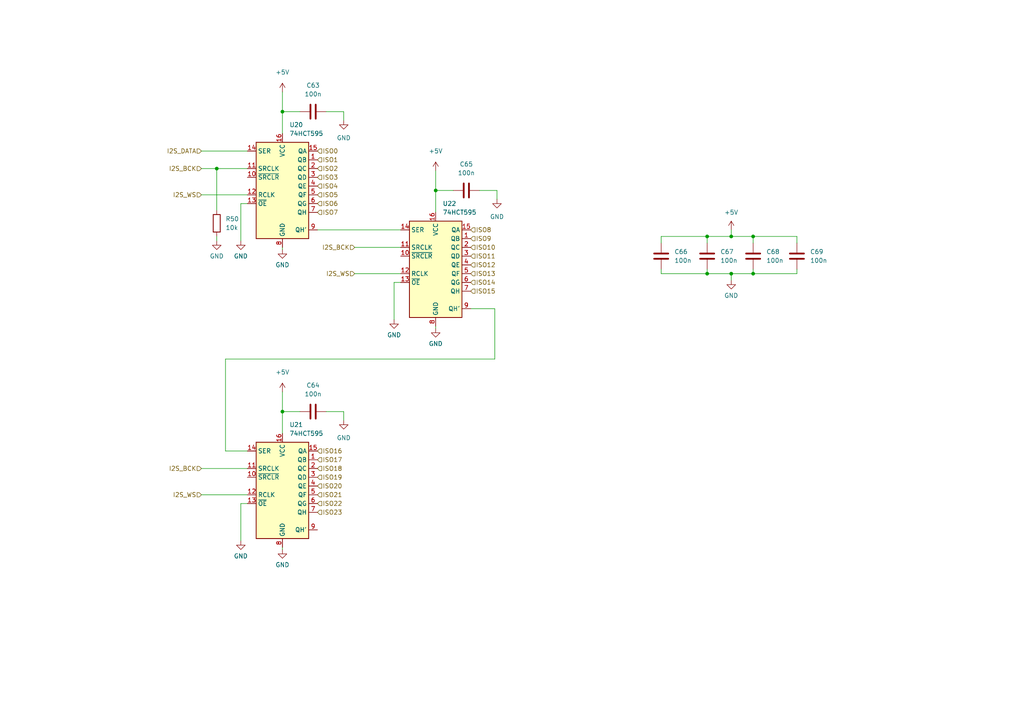
<source format=kicad_sch>
(kicad_sch (version 20211123) (generator eeschema)
  (paper "A4")
  (title_block (title "Outputs Expander"))
  (lib_symbols
    (symbol "74xx:74HCT595"
      (property "Reference" "U" (at -7.62 13.97 0))
      (property "Value" "74HCT595" (at -7.62 -16.51 0))
      (symbol "74HCT595_1_0"
        (pin tri_state line (at 10.16 7.62 180) (length 2.54) (name "QB") (number "1"))
        (pin input line (at -10.16 2.54 0) (length 2.54) (name "~{SRCLR}") (number "10"))
        (pin input line (at -10.16 5.08 0) (length 2.54) (name "SRCLK") (number "11"))
        (pin input line (at -10.16 -2.54 0) (length 2.54) (name "RCLK") (number "12"))
        (pin input line (at -10.16 -5.08 0) (length 2.54) (name "~{OE}") (number "13"))
        (pin input line (at -10.16 10.16 0) (length 2.54) (name "SER") (number "14"))
        (pin tri_state line (at 10.16 10.16 180) (length 2.54) (name "QA") (number "15"))
        (pin power_in line (at 0 15.24 270) (length 2.54) (name "VCC") (number "16"))
        (pin tri_state line (at 10.16 5.08 180) (length 2.54) (name "QC") (number "2"))
        (pin tri_state line (at 10.16 2.54 180) (length 2.54) (name "QD") (number "3"))
        (pin tri_state line (at 10.16 0 180) (length 2.54) (name "QE") (number "4"))
        (pin tri_state line (at 10.16 -2.54 180) (length 2.54) (name "QF") (number "5"))
        (pin tri_state line (at 10.16 -5.08 180) (length 2.54) (name "QG") (number "6"))
        (pin tri_state line (at 10.16 -7.62 180) (length 2.54) (name "QH") (number "7"))
        (pin power_in line (at 0 -17.78 90) (length 2.54) (name "GND") (number "8"))
        (pin output line (at 10.16 -12.7 180) (length 2.54) (name "QH'") (number "9"))
      )
      (symbol "74HCT595_1_1"
        (rectangle (start -7.62 12.7) (end 7.62 -15.24) (stroke (width 0.254)) (fill (type background)))
      )
    )
    (symbol "Device:C" (pin_numbers hide) (pin_names (offset 0.254))
      (property "Reference" "C" (at 0.635 2.54 0))
      (property "Value" "C" (at 0.635 -2.54 0))
      (symbol "C_0_1"
        (polyline (pts (xy -2.032 -0.762) (xy 2.032 -0.762)) (stroke (width 0.508)))
        (polyline (pts (xy -2.032 0.762) (xy 2.032 0.762)) (stroke (width 0.508)))
      )
      (symbol "C_1_1"
        (pin passive line (at 0 3.81 270) (length 2.794) (name "~") (number "1"))
        (pin passive line (at 0 -3.81 90) (length 2.794) (name "~") (number "2"))
      )
    )
    (symbol "Device:R" (pin_numbers hide) (pin_names (offset 0))
      (property "Reference" "R" (at 2.032 0 90))
      (property "Value" "R" (at 0 0 90))
      (symbol "R_0_1"
        (rectangle (start -1.016 -2.54) (end 1.016 2.54) (stroke (width 0.254)))
      )
      (symbol "R_1_1"
        (pin passive line (at 0 3.81 270) (length 1.27) (name "~") (number "1"))
        (pin passive line (at 0 -3.81 90) (length 1.27) (name "~") (number "2"))
      )
    )
    (symbol "power:+5V" (power) (pin_names (offset 0))
      (property "Value" "+5V" (at 0 3.556 0))
      (symbol "+5V_0_1"
        (polyline (pts (xy -0.762 1.27) (xy 0 2.54)))
        (polyline (pts (xy 0 0) (xy 0 2.54)))
        (polyline (pts (xy 0 2.54) (xy 0.762 1.27)))
      )
      (symbol "+5V_1_1"
        (pin power_in line (at 0 0 90) (length 0) hide (name "+5V") (number "1"))
      )
    )
    (symbol "power:GND" (power) (pin_names (offset 0))
      (property "Value" "GND" (at 0 -3.81 0))
      (symbol "GND_0_1"
        (polyline (pts (xy 0 0) (xy 0 -1.27) (xy 1.27 -1.27) (xy 0 -2.54) (xy -1.27 -1.27) (xy 0 -1.27)))
      )
      (symbol "GND_1_1"
        (pin power_in line (at 0 0 270) (length 0) hide (name "GND") (number "1"))
      )
    )
  )
  (junction (at 212.09 68.58))
  (junction (at 218.44 79.375))
  (junction (at 126.365 55.245))
  (junction (at 205.105 79.375))
  (junction (at 81.915 32.385))
  (junction (at 205.105 68.58))
  (junction (at 62.865 48.895))
  (junction (at 81.915 119.38))
  (junction (at 218.44 68.58))
  (junction (at 212.09 79.375))
  (wire (pts (xy 231.14 68.58) (xy 218.44 68.58)))
  (wire (pts (xy 114.3 81.915) (xy 116.205 81.915)))
  (wire (pts (xy 143.51 104.14) (xy 65.405 104.14)))
  (wire (pts (xy 126.365 49.53) (xy 126.365 55.245)))
  (wire (pts (xy 136.525 89.535) (xy 143.51 89.535)))
  (wire (pts (xy 81.915 158.75) (xy 81.915 159.385)))
  (wire (pts (xy 218.44 68.58) (xy 218.44 70.485)))
  (wire (pts (xy 58.42 143.51) (xy 71.755 143.51)))
  (wire (pts (xy 231.14 70.485) (xy 231.14 68.58)))
  (wire (pts (xy 218.44 78.105) (xy 218.44 79.375)))
  (wire (pts (xy 81.915 113.665) (xy 81.915 119.38)))
  (wire (pts (xy 144.145 57.785) (xy 144.145 55.245)))
  (wire (pts (xy 99.695 121.92) (xy 99.695 119.38)))
  (wire (pts (xy 126.365 94.615) (xy 126.365 95.25)))
  (wire (pts (xy 114.3 81.915) (xy 114.3 92.71)))
  (wire (pts (xy 69.85 59.055) (xy 71.755 59.055)))
  (wire (pts (xy 81.915 26.67) (xy 81.915 32.385)))
  (wire (pts (xy 205.105 68.58) (xy 191.77 68.58)))
  (wire (pts (xy 231.14 79.375) (xy 218.44 79.375)))
  (wire (pts (xy 144.145 55.245) (xy 139.065 55.245)))
  (wire (pts (xy 212.09 66.675) (xy 212.09 68.58)))
  (wire (pts (xy 218.44 68.58) (xy 212.09 68.58)))
  (wire (pts (xy 205.105 78.105) (xy 205.105 79.375)))
  (wire (pts (xy 69.85 59.055) (xy 69.85 69.85)))
  (wire (pts (xy 212.09 79.375) (xy 212.09 81.28)))
  (wire (pts (xy 69.85 146.05) (xy 71.755 146.05)))
  (wire (pts (xy 62.865 68.58) (xy 62.865 69.85)))
  (wire (pts (xy 58.42 56.515) (xy 71.755 56.515)))
  (wire (pts (xy 81.915 32.385) (xy 81.915 38.735)))
  (wire (pts (xy 62.865 48.895) (xy 62.865 60.96)))
  (wire (pts (xy 69.85 146.05) (xy 69.85 156.845)))
  (wire (pts (xy 99.695 32.385) (xy 94.615 32.385)))
  (wire (pts (xy 212.09 68.58) (xy 205.105 68.58)))
  (wire (pts (xy 58.42 43.815) (xy 71.755 43.815)))
  (wire (pts (xy 99.695 34.925) (xy 99.695 32.385)))
  (wire (pts (xy 126.365 55.245) (xy 126.365 61.595)))
  (wire (pts (xy 58.42 48.895) (xy 62.865 48.895)))
  (wire (pts (xy 81.915 32.385) (xy 86.995 32.385)))
  (wire (pts (xy 191.77 68.58) (xy 191.77 70.485)))
  (wire (pts (xy 102.87 79.375) (xy 116.205 79.375)))
  (wire (pts (xy 102.87 71.755) (xy 116.205 71.755)))
  (wire (pts (xy 58.42 135.89) (xy 71.755 135.89)))
  (wire (pts (xy 212.09 79.375) (xy 205.105 79.375)))
  (wire (pts (xy 99.695 119.38) (xy 94.615 119.38)))
  (wire (pts (xy 81.915 119.38) (xy 86.995 119.38)))
  (wire (pts (xy 143.51 89.535) (xy 143.51 104.14)))
  (wire (pts (xy 81.915 71.755) (xy 81.915 72.39)))
  (wire (pts (xy 205.105 68.58) (xy 205.105 70.485)))
  (wire (pts (xy 191.77 79.375) (xy 191.77 78.105)))
  (wire (pts (xy 81.915 119.38) (xy 81.915 125.73)))
  (wire (pts (xy 65.405 130.81) (xy 71.755 130.81)))
  (wire (pts (xy 92.075 66.675) (xy 116.205 66.675)))
  (wire (pts (xy 126.365 55.245) (xy 131.445 55.245)))
  (wire (pts (xy 205.105 79.375) (xy 191.77 79.375)))
  (wire (pts (xy 65.405 104.14) (xy 65.405 130.81)))
  (wire (pts (xy 231.14 78.105) (xy 231.14 79.375)))
  (wire (pts (xy 218.44 79.375) (xy 212.09 79.375)))
  (wire (pts (xy 62.865 48.895) (xy 71.755 48.895)))
  (hierarchical_label "ISO19" (shape input) (at 92.075 138.43 0))
  (hierarchical_label "ISO10" (shape input) (at 136.525 71.755 0))
  (hierarchical_label "ISO4" (shape input) (at 92.075 53.975 0))
  (hierarchical_label "I2S_WS" (shape input) (at 58.42 56.515 180))
  (hierarchical_label "ISO7" (shape input) (at 92.075 61.595 0))
  (hierarchical_label "ISO20" (shape input) (at 92.075 140.97 0))
  (hierarchical_label "I2S_WS" (shape input) (at 58.42 143.51 180))
  (hierarchical_label "ISO0" (shape input) (at 92.075 43.815 0))
  (hierarchical_label "ISO15" (shape input) (at 136.525 84.455 0))
  (hierarchical_label "ISO9" (shape input) (at 136.525 69.215 0))
  (hierarchical_label "ISO16" (shape input) (at 92.075 130.81 0))
  (hierarchical_label "ISO1" (shape input) (at 92.075 46.355 0))
  (hierarchical_label "ISO8" (shape input) (at 136.525 66.675 0))
  (hierarchical_label "ISO11" (shape input) (at 136.525 74.295 0))
  (hierarchical_label "ISO2" (shape input) (at 92.075 48.895 0))
  (hierarchical_label "ISO6" (shape input) (at 92.075 59.055 0))
  (hierarchical_label "ISO23" (shape input) (at 92.075 148.59 0))
  (hierarchical_label "ISO13" (shape input) (at 136.525 79.375 0))
  (hierarchical_label "ISO5" (shape input) (at 92.075 56.515 0))
  (hierarchical_label "I2S_BCK" (shape input) (at 102.87 71.755 180))
  (hierarchical_label "I2S_BCK" (shape input) (at 58.42 135.89 180))
  (hierarchical_label "ISO17" (shape input) (at 92.075 133.35 0))
  (hierarchical_label "I2S_DATA" (shape input) (at 58.42 43.815 180))
  (hierarchical_label "ISO22" (shape input) (at 92.075 146.05 0))
  (hierarchical_label "ISO21" (shape input) (at 92.075 143.51 0))
  (hierarchical_label "ISO14" (shape input) (at 136.525 81.915 0))
  (hierarchical_label "ISO12" (shape input) (at 136.525 76.835 0))
  (hierarchical_label "I2S_BCK" (shape input) (at 58.42 48.895 180))
  (hierarchical_label "ISO18" (shape input) (at 92.075 135.89 0))
  (hierarchical_label "I2S_WS" (shape input) (at 102.87 79.375 180))
  (hierarchical_label "ISO3" (shape input) (at 92.075 51.435 0))
  (symbol (lib_id "74xx:74HCT595") (at 126.365 76.835 0) (unit 1)
    (property "Reference" "U22" (at 128.3844 59.055 0) (effects (justify left)))
    (property "Value" "74HCT595" (at 128.3844 61.595 0) (effects (justify left)))
    (property "Footprint" "Package_SO:TSSOP-16_4.4x5mm_P0.65mm" (effects hide))
    (property "Datasheet" "https://assets.nexperia.com/documents/data-sheet/74HC_HCT595.pdf" (effects hide))
    (property "Digikey Part No." "MC74HCT595ADTGOS-ND" (effects hide))
  )
  (symbol (lib_id "power:GND") (at 81.915 72.39 0) (unit 1)
    (property "Reference" "#PWR0172" (effects hide))
    (property "Value" "GND" (at 81.915 76.835 0))
  )
  (symbol (lib_id "power:GND") (at 81.915 159.385 0) (unit 1)
    (property "Reference" "#PWR0174" (effects hide))
    (property "Value" "GND" (at 81.915 163.83 0))
  )
  (symbol (lib_id "power:+5V") (at 126.365 49.53 0) (unit 1)
    (property "Reference" "#PWR0178" (effects hide))
    (property "Value" "+5V" (at 126.365 43.815 0))
  )
  (symbol (lib_id "Device:C") (at 90.805 32.385 90) (unit 1)
    (property "Reference" "C63" (at 90.805 24.765 90))
    (property "Value" "100n" (at 90.805 27.305 90))
    (property "Footprint" "Capacitor_SMD:C_0603_1608Metric_Pad1.05x0.95mm_HandSolder" (effects hide))
    (property "Datasheet" "http://www.samsungsem.com/kr/support/product-search/mlcc/CL10B104MB8NNNC.jsp" (effects hide))
    (property "Digikey Part No." "1276-1941-1-ND" (effects hide))
  )
  (symbol (lib_id "74xx:74HCT595") (at 81.915 53.975 0) (unit 1)
    (property "Reference" "U20" (at 83.9344 36.195 0) (effects (justify left)))
    (property "Value" "74HCT595" (at 83.9344 38.735 0) (effects (justify left)))
    (property "Footprint" "Package_SO:TSSOP-16_4.4x5mm_P0.65mm" (effects hide))
    (property "Datasheet" "https://assets.nexperia.com/documents/data-sheet/74HC_HCT595.pdf" (effects hide))
    (property "Digikey Part No." "MC74HCT595ADTGOS-ND" (effects hide))
  )
  (symbol (lib_id "Device:C") (at 135.255 55.245 90) (unit 1)
    (property "Reference" "C65" (at 135.255 47.625 90))
    (property "Value" "100n" (at 135.255 50.165 90))
    (property "Footprint" "Capacitor_SMD:C_0603_1608Metric_Pad1.05x0.95mm_HandSolder" (effects hide))
    (property "Datasheet" "http://www.samsungsem.com/kr/support/product-search/mlcc/CL10B104MB8NNNC.jsp" (effects hide))
    (property "Digikey Part No." "1276-1941-1-ND" (effects hide))
  )
  (symbol (lib_id "power:GND") (at 126.365 95.25 0) (unit 1)
    (property "Reference" "#PWR0179" (effects hide))
    (property "Value" "GND" (at 126.365 99.695 0))
  )
  (symbol (lib_id "74xx:74HCT595") (at 81.915 140.97 0) (unit 1)
    (property "Reference" "U21" (at 83.9344 123.19 0) (effects (justify left)))
    (property "Value" "74HCT595" (at 83.9344 125.73 0) (effects (justify left)))
    (property "Footprint" "Package_SO:TSSOP-16_4.4x5mm_P0.65mm" (effects hide))
    (property "Datasheet" "https://assets.nexperia.com/documents/data-sheet/74HC_HCT595.pdf" (effects hide))
    (property "Digikey Part No." "MC74HCT595ADTGOS-ND" (effects hide))
  )
  (symbol (lib_id "Device:C") (at 231.14 74.295 0) (unit 1)
    (property "Reference" "C69" (at 234.95 73.0249 0) (effects (justify left)))
    (property "Value" "100n" (at 234.95 75.5649 0) (effects (justify left)))
    (property "Footprint" "Capacitor_SMD:C_0603_1608Metric_Pad1.05x0.95mm_HandSolder" (effects hide))
    (property "Datasheet" "http://www.samsungsem.com/kr/support/product-search/mlcc/CL10B104MB8NNNC.jsp" (effects hide))
    (property "Digikey Part No." "1276-1941-1-ND" (effects hide))
  )
  (symbol (lib_id "power:GND") (at 62.865 69.85 0) (unit 1)
    (property "Reference" "#PWR0168" (effects hide))
    (property "Value" "GND" (at 62.865 74.295 0))
  )
  (symbol (lib_id "Device:R") (at 62.865 64.77 0) (unit 1)
    (property "Reference" "R50" (at 65.405 63.4999 0) (effects (justify left)))
    (property "Value" "10k" (at 65.405 66.0399 0) (effects (justify left)))
    (property "Footprint" "Resistor_SMD:R_0805_2012Metric_Pad1.20x1.40mm_HandSolder" (effects hide))
    (property "Datasheet" "https://www.yageo.com/upload/media/product/productsearch/datasheet/rchip/PYu-RC_Group_51_RoHS_L_11.pdf" (effects hide))
    (property "Digikey Part No." "311-10KARCT-ND" (effects hide))
  )
  (symbol (lib_id "Device:C") (at 191.77 74.295 0) (unit 1)
    (property "Reference" "C66" (at 195.58 73.0249 0) (effects (justify left)))
    (property "Value" "100n" (at 195.58 75.5649 0) (effects (justify left)))
    (property "Footprint" "Capacitor_SMD:C_0603_1608Metric_Pad1.05x0.95mm_HandSolder" (effects hide))
    (property "Datasheet" "http://www.samsungsem.com/kr/support/product-search/mlcc/CL10B104MB8NNNC.jsp" (effects hide))
    (property "Digikey Part No." "1276-1941-1-ND" (effects hide))
  )
  (symbol (lib_id "power:GND") (at 99.695 34.925 0) (unit 1)
    (property "Reference" "#PWR0175" (effects hide))
    (property "Value" "GND" (at 99.695 40.005 0))
  )
  (symbol (lib_id "power:GND") (at 99.695 121.92 0) (unit 1)
    (property "Reference" "#PWR0176" (effects hide))
    (property "Value" "GND" (at 99.695 127 0))
  )
  (symbol (lib_id "power:+5V") (at 81.915 113.665 0) (unit 1)
    (property "Reference" "#PWR0173" (effects hide))
    (property "Value" "+5V" (at 81.915 107.95 0))
  )
  (symbol (lib_id "power:GND") (at 114.3 92.71 0) (unit 1)
    (property "Reference" "#PWR0177" (effects hide))
    (property "Value" "GND" (at 114.3 97.155 0))
  )
  (symbol (lib_id "power:+5V") (at 212.09 66.675 0) (unit 1)
    (property "Reference" "#PWR0181" (effects hide))
    (property "Value" "+5V" (at 212.09 61.595 0))
  )
  (symbol (lib_id "Device:C") (at 218.44 74.295 0) (unit 1)
    (property "Reference" "C68" (at 222.25 73.0249 0) (effects (justify left)))
    (property "Value" "100n" (at 222.25 75.5649 0) (effects (justify left)))
    (property "Footprint" "Capacitor_SMD:C_0603_1608Metric_Pad1.05x0.95mm_HandSolder" (effects hide))
    (property "Datasheet" "http://www.samsungsem.com/kr/support/product-search/mlcc/CL10B104MB8NNNC.jsp" (effects hide))
    (property "Digikey Part No." "1276-1941-1-ND" (effects hide))
  )
  (symbol (lib_id "power:GND") (at 212.09 81.28 0) (unit 1)
    (property "Reference" "#PWR0182" (effects hide))
    (property "Value" "GND" (at 212.09 85.725 0))
  )
  (symbol (lib_id "Device:C") (at 205.105 74.295 0) (unit 1)
    (property "Reference" "C67" (at 208.915 73.0249 0) (effects (justify left)))
    (property "Value" "100n" (at 208.915 75.5649 0) (effects (justify left)))
    (property "Footprint" "Capacitor_SMD:C_0603_1608Metric_Pad1.05x0.95mm_HandSolder" (effects hide))
    (property "Datasheet" "http://www.samsungsem.com/kr/support/product-search/mlcc/CL10B104MB8NNNC.jsp" (effects hide))
    (property "Digikey Part No." "1276-1941-1-ND" (effects hide))
  )
  (symbol (lib_id "power:GND") (at 144.145 57.785 0) (unit 1)
    (property "Reference" "#PWR0180" (effects hide))
    (property "Value" "GND" (at 144.145 62.865 0))
  )
  (symbol (lib_id "power:GND") (at 69.85 69.85 0) (unit 1)
    (property "Reference" "#PWR0169" (effects hide))
    (property "Value" "GND" (at 69.85 74.295 0))
  )
  (symbol (lib_id "power:+5V") (at 81.915 26.67 0) (unit 1)
    (property "Reference" "#PWR0171" (effects hide))
    (property "Value" "+5V" (at 81.915 20.955 0))
  )
  (symbol (lib_id "power:GND") (at 69.85 156.845 0) (unit 1)
    (property "Reference" "#PWR0170" (effects hide))
    (property "Value" "GND" (at 69.85 161.29 0))
  )
  (symbol (lib_id "Device:C") (at 90.805 119.38 90) (unit 1)
    (property "Reference" "C64" (at 90.805 111.76 90))
    (property "Value" "100n" (at 90.805 114.3 90))
    (property "Footprint" "Capacitor_SMD:C_0603_1608Metric_Pad1.05x0.95mm_HandSolder" (effects hide))
    (property "Datasheet" "http://www.samsungsem.com/kr/support/product-search/mlcc/CL10B104MB8NNNC.jsp" (effects hide))
    (property "Digikey Part No." "1276-1941-1-ND" (effects hide))
  )
)
</source>
